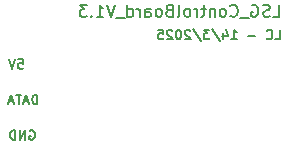
<source format=gbo>
G04 #@! TF.GenerationSoftware,KiCad,Pcbnew,8.0.4*
G04 #@! TF.CreationDate,2025-02-14T17:20:51+11:00*
G04 #@! TF.ProjectId,LSG,4c53472e-6b69-4636-9164-5f7063625858,rev?*
G04 #@! TF.SameCoordinates,Original*
G04 #@! TF.FileFunction,Legend,Bot*
G04 #@! TF.FilePolarity,Positive*
%FSLAX46Y46*%
G04 Gerber Fmt 4.6, Leading zero omitted, Abs format (unit mm)*
G04 Created by KiCad (PCBNEW 8.0.4) date 2025-02-14 17:20:51*
%MOMM*%
%LPD*%
G01*
G04 APERTURE LIST*
%ADD10C,0.160000*%
%ADD11C,0.200000*%
%ADD12C,2.200000*%
%ADD13C,1.000000*%
%ADD14R,1.500000X1.500000*%
%ADD15O,1.700000X1.100000*%
%ADD16R,1.700000X1.700000*%
%ADD17O,1.700000X1.700000*%
G04 APERTURE END LIST*
D10*
X-32295739Y-361775D02*
X-32295739Y438224D01*
X-32295739Y438224D02*
X-32486215Y438224D01*
X-32486215Y438224D02*
X-32600501Y400129D01*
X-32600501Y400129D02*
X-32676691Y323939D01*
X-32676691Y323939D02*
X-32714786Y247748D01*
X-32714786Y247748D02*
X-32752882Y95367D01*
X-32752882Y95367D02*
X-32752882Y-18918D01*
X-32752882Y-18918D02*
X-32714786Y-171299D01*
X-32714786Y-171299D02*
X-32676691Y-247489D01*
X-32676691Y-247489D02*
X-32600501Y-323680D01*
X-32600501Y-323680D02*
X-32486215Y-361775D01*
X-32486215Y-361775D02*
X-32295739Y-361775D01*
X-33057643Y-133203D02*
X-33438596Y-133203D01*
X-32981453Y-361775D02*
X-33248120Y438224D01*
X-33248120Y438224D02*
X-33514786Y-361775D01*
X-33667167Y438224D02*
X-34124310Y438224D01*
X-33895738Y-361775D02*
X-33895738Y438224D01*
X-34352881Y-133203D02*
X-34733834Y-133203D01*
X-34276691Y-361775D02*
X-34543358Y438224D01*
X-34543358Y438224D02*
X-34810024Y-361775D01*
X-33926691Y3438224D02*
X-33545739Y3438224D01*
X-33545739Y3438224D02*
X-33507643Y3057272D01*
X-33507643Y3057272D02*
X-33545739Y3095367D01*
X-33545739Y3095367D02*
X-33621929Y3133462D01*
X-33621929Y3133462D02*
X-33812405Y3133462D01*
X-33812405Y3133462D02*
X-33888596Y3095367D01*
X-33888596Y3095367D02*
X-33926691Y3057272D01*
X-33926691Y3057272D02*
X-33964786Y2981081D01*
X-33964786Y2981081D02*
X-33964786Y2790605D01*
X-33964786Y2790605D02*
X-33926691Y2714415D01*
X-33926691Y2714415D02*
X-33888596Y2676320D01*
X-33888596Y2676320D02*
X-33812405Y2638224D01*
X-33812405Y2638224D02*
X-33621929Y2638224D01*
X-33621929Y2638224D02*
X-33545739Y2676320D01*
X-33545739Y2676320D02*
X-33507643Y2714415D01*
X-34193358Y3438224D02*
X-34460025Y2638224D01*
X-34460025Y2638224D02*
X-34726691Y3438224D01*
X-32964786Y-2599870D02*
X-32888596Y-2561775D01*
X-32888596Y-2561775D02*
X-32774310Y-2561775D01*
X-32774310Y-2561775D02*
X-32660024Y-2599870D01*
X-32660024Y-2599870D02*
X-32583834Y-2676060D01*
X-32583834Y-2676060D02*
X-32545739Y-2752251D01*
X-32545739Y-2752251D02*
X-32507643Y-2904632D01*
X-32507643Y-2904632D02*
X-32507643Y-3018918D01*
X-32507643Y-3018918D02*
X-32545739Y-3171299D01*
X-32545739Y-3171299D02*
X-32583834Y-3247489D01*
X-32583834Y-3247489D02*
X-32660024Y-3323680D01*
X-32660024Y-3323680D02*
X-32774310Y-3361775D01*
X-32774310Y-3361775D02*
X-32850501Y-3361775D01*
X-32850501Y-3361775D02*
X-32964786Y-3323680D01*
X-32964786Y-3323680D02*
X-33002882Y-3285584D01*
X-33002882Y-3285584D02*
X-33002882Y-3018918D01*
X-33002882Y-3018918D02*
X-32850501Y-3018918D01*
X-33345739Y-3361775D02*
X-33345739Y-2561775D01*
X-33345739Y-2561775D02*
X-33802882Y-3361775D01*
X-33802882Y-3361775D02*
X-33802882Y-2561775D01*
X-34183834Y-3361775D02*
X-34183834Y-2561775D01*
X-34183834Y-2561775D02*
X-34374310Y-2561775D01*
X-34374310Y-2561775D02*
X-34488596Y-2599870D01*
X-34488596Y-2599870D02*
X-34564786Y-2676060D01*
X-34564786Y-2676060D02*
X-34602881Y-2752251D01*
X-34602881Y-2752251D02*
X-34640977Y-2904632D01*
X-34640977Y-2904632D02*
X-34640977Y-3018918D01*
X-34640977Y-3018918D02*
X-34602881Y-3171299D01*
X-34602881Y-3171299D02*
X-34564786Y-3247489D01*
X-34564786Y-3247489D02*
X-34488596Y-3323680D01*
X-34488596Y-3323680D02*
X-34374310Y-3361775D01*
X-34374310Y-3361775D02*
X-34183834Y-3361775D01*
D11*
X-12345863Y7047780D02*
X-11869673Y7047780D01*
X-11869673Y7047780D02*
X-11869673Y8047780D01*
X-12631578Y7095400D02*
X-12774435Y7047780D01*
X-12774435Y7047780D02*
X-13012530Y7047780D01*
X-13012530Y7047780D02*
X-13107768Y7095400D01*
X-13107768Y7095400D02*
X-13155387Y7143019D01*
X-13155387Y7143019D02*
X-13203006Y7238257D01*
X-13203006Y7238257D02*
X-13203006Y7333495D01*
X-13203006Y7333495D02*
X-13155387Y7428733D01*
X-13155387Y7428733D02*
X-13107768Y7476352D01*
X-13107768Y7476352D02*
X-13012530Y7523971D01*
X-13012530Y7523971D02*
X-12822054Y7571590D01*
X-12822054Y7571590D02*
X-12726816Y7619209D01*
X-12726816Y7619209D02*
X-12679197Y7666828D01*
X-12679197Y7666828D02*
X-12631578Y7762066D01*
X-12631578Y7762066D02*
X-12631578Y7857304D01*
X-12631578Y7857304D02*
X-12679197Y7952542D01*
X-12679197Y7952542D02*
X-12726816Y8000161D01*
X-12726816Y8000161D02*
X-12822054Y8047780D01*
X-12822054Y8047780D02*
X-13060149Y8047780D01*
X-13060149Y8047780D02*
X-13203006Y8000161D01*
X-14155387Y8000161D02*
X-14060149Y8047780D01*
X-14060149Y8047780D02*
X-13917292Y8047780D01*
X-13917292Y8047780D02*
X-13774435Y8000161D01*
X-13774435Y8000161D02*
X-13679197Y7904923D01*
X-13679197Y7904923D02*
X-13631578Y7809685D01*
X-13631578Y7809685D02*
X-13583959Y7619209D01*
X-13583959Y7619209D02*
X-13583959Y7476352D01*
X-13583959Y7476352D02*
X-13631578Y7285876D01*
X-13631578Y7285876D02*
X-13679197Y7190638D01*
X-13679197Y7190638D02*
X-13774435Y7095400D01*
X-13774435Y7095400D02*
X-13917292Y7047780D01*
X-13917292Y7047780D02*
X-14012530Y7047780D01*
X-14012530Y7047780D02*
X-14155387Y7095400D01*
X-14155387Y7095400D02*
X-14203006Y7143019D01*
X-14203006Y7143019D02*
X-14203006Y7476352D01*
X-14203006Y7476352D02*
X-14012530Y7476352D01*
X-14393483Y6952542D02*
X-15155387Y6952542D01*
X-15964911Y7143019D02*
X-15917292Y7095400D01*
X-15917292Y7095400D02*
X-15774435Y7047780D01*
X-15774435Y7047780D02*
X-15679197Y7047780D01*
X-15679197Y7047780D02*
X-15536340Y7095400D01*
X-15536340Y7095400D02*
X-15441102Y7190638D01*
X-15441102Y7190638D02*
X-15393483Y7285876D01*
X-15393483Y7285876D02*
X-15345864Y7476352D01*
X-15345864Y7476352D02*
X-15345864Y7619209D01*
X-15345864Y7619209D02*
X-15393483Y7809685D01*
X-15393483Y7809685D02*
X-15441102Y7904923D01*
X-15441102Y7904923D02*
X-15536340Y8000161D01*
X-15536340Y8000161D02*
X-15679197Y8047780D01*
X-15679197Y8047780D02*
X-15774435Y8047780D01*
X-15774435Y8047780D02*
X-15917292Y8000161D01*
X-15917292Y8000161D02*
X-15964911Y7952542D01*
X-16536340Y7047780D02*
X-16441102Y7095400D01*
X-16441102Y7095400D02*
X-16393483Y7143019D01*
X-16393483Y7143019D02*
X-16345864Y7238257D01*
X-16345864Y7238257D02*
X-16345864Y7523971D01*
X-16345864Y7523971D02*
X-16393483Y7619209D01*
X-16393483Y7619209D02*
X-16441102Y7666828D01*
X-16441102Y7666828D02*
X-16536340Y7714447D01*
X-16536340Y7714447D02*
X-16679197Y7714447D01*
X-16679197Y7714447D02*
X-16774435Y7666828D01*
X-16774435Y7666828D02*
X-16822054Y7619209D01*
X-16822054Y7619209D02*
X-16869673Y7523971D01*
X-16869673Y7523971D02*
X-16869673Y7238257D01*
X-16869673Y7238257D02*
X-16822054Y7143019D01*
X-16822054Y7143019D02*
X-16774435Y7095400D01*
X-16774435Y7095400D02*
X-16679197Y7047780D01*
X-16679197Y7047780D02*
X-16536340Y7047780D01*
X-17298245Y7714447D02*
X-17298245Y7047780D01*
X-17298245Y7619209D02*
X-17345864Y7666828D01*
X-17345864Y7666828D02*
X-17441102Y7714447D01*
X-17441102Y7714447D02*
X-17583959Y7714447D01*
X-17583959Y7714447D02*
X-17679197Y7666828D01*
X-17679197Y7666828D02*
X-17726816Y7571590D01*
X-17726816Y7571590D02*
X-17726816Y7047780D01*
X-18060150Y7714447D02*
X-18441102Y7714447D01*
X-18203007Y8047780D02*
X-18203007Y7190638D01*
X-18203007Y7190638D02*
X-18250626Y7095400D01*
X-18250626Y7095400D02*
X-18345864Y7047780D01*
X-18345864Y7047780D02*
X-18441102Y7047780D01*
X-18774436Y7047780D02*
X-18774436Y7714447D01*
X-18774436Y7523971D02*
X-18822055Y7619209D01*
X-18822055Y7619209D02*
X-18869674Y7666828D01*
X-18869674Y7666828D02*
X-18964912Y7714447D01*
X-18964912Y7714447D02*
X-19060150Y7714447D01*
X-19536341Y7047780D02*
X-19441103Y7095400D01*
X-19441103Y7095400D02*
X-19393484Y7143019D01*
X-19393484Y7143019D02*
X-19345865Y7238257D01*
X-19345865Y7238257D02*
X-19345865Y7523971D01*
X-19345865Y7523971D02*
X-19393484Y7619209D01*
X-19393484Y7619209D02*
X-19441103Y7666828D01*
X-19441103Y7666828D02*
X-19536341Y7714447D01*
X-19536341Y7714447D02*
X-19679198Y7714447D01*
X-19679198Y7714447D02*
X-19774436Y7666828D01*
X-19774436Y7666828D02*
X-19822055Y7619209D01*
X-19822055Y7619209D02*
X-19869674Y7523971D01*
X-19869674Y7523971D02*
X-19869674Y7238257D01*
X-19869674Y7238257D02*
X-19822055Y7143019D01*
X-19822055Y7143019D02*
X-19774436Y7095400D01*
X-19774436Y7095400D02*
X-19679198Y7047780D01*
X-19679198Y7047780D02*
X-19536341Y7047780D01*
X-20441103Y7047780D02*
X-20345865Y7095400D01*
X-20345865Y7095400D02*
X-20298246Y7190638D01*
X-20298246Y7190638D02*
X-20298246Y8047780D01*
X-21155389Y7571590D02*
X-21298246Y7523971D01*
X-21298246Y7523971D02*
X-21345865Y7476352D01*
X-21345865Y7476352D02*
X-21393484Y7381114D01*
X-21393484Y7381114D02*
X-21393484Y7238257D01*
X-21393484Y7238257D02*
X-21345865Y7143019D01*
X-21345865Y7143019D02*
X-21298246Y7095400D01*
X-21298246Y7095400D02*
X-21203008Y7047780D01*
X-21203008Y7047780D02*
X-20822056Y7047780D01*
X-20822056Y7047780D02*
X-20822056Y8047780D01*
X-20822056Y8047780D02*
X-21155389Y8047780D01*
X-21155389Y8047780D02*
X-21250627Y8000161D01*
X-21250627Y8000161D02*
X-21298246Y7952542D01*
X-21298246Y7952542D02*
X-21345865Y7857304D01*
X-21345865Y7857304D02*
X-21345865Y7762066D01*
X-21345865Y7762066D02*
X-21298246Y7666828D01*
X-21298246Y7666828D02*
X-21250627Y7619209D01*
X-21250627Y7619209D02*
X-21155389Y7571590D01*
X-21155389Y7571590D02*
X-20822056Y7571590D01*
X-21964913Y7047780D02*
X-21869675Y7095400D01*
X-21869675Y7095400D02*
X-21822056Y7143019D01*
X-21822056Y7143019D02*
X-21774437Y7238257D01*
X-21774437Y7238257D02*
X-21774437Y7523971D01*
X-21774437Y7523971D02*
X-21822056Y7619209D01*
X-21822056Y7619209D02*
X-21869675Y7666828D01*
X-21869675Y7666828D02*
X-21964913Y7714447D01*
X-21964913Y7714447D02*
X-22107770Y7714447D01*
X-22107770Y7714447D02*
X-22203008Y7666828D01*
X-22203008Y7666828D02*
X-22250627Y7619209D01*
X-22250627Y7619209D02*
X-22298246Y7523971D01*
X-22298246Y7523971D02*
X-22298246Y7238257D01*
X-22298246Y7238257D02*
X-22250627Y7143019D01*
X-22250627Y7143019D02*
X-22203008Y7095400D01*
X-22203008Y7095400D02*
X-22107770Y7047780D01*
X-22107770Y7047780D02*
X-21964913Y7047780D01*
X-23155389Y7047780D02*
X-23155389Y7571590D01*
X-23155389Y7571590D02*
X-23107770Y7666828D01*
X-23107770Y7666828D02*
X-23012532Y7714447D01*
X-23012532Y7714447D02*
X-22822056Y7714447D01*
X-22822056Y7714447D02*
X-22726818Y7666828D01*
X-23155389Y7095400D02*
X-23060151Y7047780D01*
X-23060151Y7047780D02*
X-22822056Y7047780D01*
X-22822056Y7047780D02*
X-22726818Y7095400D01*
X-22726818Y7095400D02*
X-22679199Y7190638D01*
X-22679199Y7190638D02*
X-22679199Y7285876D01*
X-22679199Y7285876D02*
X-22726818Y7381114D01*
X-22726818Y7381114D02*
X-22822056Y7428733D01*
X-22822056Y7428733D02*
X-23060151Y7428733D01*
X-23060151Y7428733D02*
X-23155389Y7476352D01*
X-23631580Y7047780D02*
X-23631580Y7714447D01*
X-23631580Y7523971D02*
X-23679199Y7619209D01*
X-23679199Y7619209D02*
X-23726818Y7666828D01*
X-23726818Y7666828D02*
X-23822056Y7714447D01*
X-23822056Y7714447D02*
X-23917294Y7714447D01*
X-24679199Y7047780D02*
X-24679199Y8047780D01*
X-24679199Y7095400D02*
X-24583961Y7047780D01*
X-24583961Y7047780D02*
X-24393485Y7047780D01*
X-24393485Y7047780D02*
X-24298247Y7095400D01*
X-24298247Y7095400D02*
X-24250628Y7143019D01*
X-24250628Y7143019D02*
X-24203009Y7238257D01*
X-24203009Y7238257D02*
X-24203009Y7523971D01*
X-24203009Y7523971D02*
X-24250628Y7619209D01*
X-24250628Y7619209D02*
X-24298247Y7666828D01*
X-24298247Y7666828D02*
X-24393485Y7714447D01*
X-24393485Y7714447D02*
X-24583961Y7714447D01*
X-24583961Y7714447D02*
X-24679199Y7666828D01*
X-24917295Y6952542D02*
X-25679199Y6952542D01*
X-25774438Y8047780D02*
X-26107771Y7047780D01*
X-26107771Y7047780D02*
X-26441104Y8047780D01*
X-27298247Y7047780D02*
X-26726819Y7047780D01*
X-27012533Y7047780D02*
X-27012533Y8047780D01*
X-27012533Y8047780D02*
X-26917295Y7904923D01*
X-26917295Y7904923D02*
X-26822057Y7809685D01*
X-26822057Y7809685D02*
X-26726819Y7762066D01*
X-27726819Y7143019D02*
X-27774438Y7095400D01*
X-27774438Y7095400D02*
X-27726819Y7047780D01*
X-27726819Y7047780D02*
X-27679200Y7095400D01*
X-27679200Y7095400D02*
X-27726819Y7143019D01*
X-27726819Y7143019D02*
X-27726819Y7047780D01*
X-28107771Y8047780D02*
X-28726818Y8047780D01*
X-28726818Y8047780D02*
X-28393485Y7666828D01*
X-28393485Y7666828D02*
X-28536342Y7666828D01*
X-28536342Y7666828D02*
X-28631580Y7619209D01*
X-28631580Y7619209D02*
X-28679199Y7571590D01*
X-28679199Y7571590D02*
X-28726818Y7476352D01*
X-28726818Y7476352D02*
X-28726818Y7238257D01*
X-28726818Y7238257D02*
X-28679199Y7143019D01*
X-28679199Y7143019D02*
X-28631580Y7095400D01*
X-28631580Y7095400D02*
X-28536342Y7047780D01*
X-28536342Y7047780D02*
X-28250628Y7047780D01*
X-28250628Y7047780D02*
X-28155390Y7095400D01*
X-28155390Y7095400D02*
X-28107771Y7143019D01*
D10*
X-12176691Y5138224D02*
X-11795739Y5138224D01*
X-11795739Y5138224D02*
X-11795739Y5938224D01*
X-12900501Y5214415D02*
X-12862405Y5176320D01*
X-12862405Y5176320D02*
X-12748120Y5138224D01*
X-12748120Y5138224D02*
X-12671929Y5138224D01*
X-12671929Y5138224D02*
X-12557643Y5176320D01*
X-12557643Y5176320D02*
X-12481453Y5252510D01*
X-12481453Y5252510D02*
X-12443358Y5328700D01*
X-12443358Y5328700D02*
X-12405262Y5481081D01*
X-12405262Y5481081D02*
X-12405262Y5595367D01*
X-12405262Y5595367D02*
X-12443358Y5747748D01*
X-12443358Y5747748D02*
X-12481453Y5823939D01*
X-12481453Y5823939D02*
X-12557643Y5900129D01*
X-12557643Y5900129D02*
X-12671929Y5938224D01*
X-12671929Y5938224D02*
X-12748120Y5938224D01*
X-12748120Y5938224D02*
X-12862405Y5900129D01*
X-12862405Y5900129D02*
X-12900501Y5862034D01*
X-13852882Y5442986D02*
X-14462406Y5442986D01*
X-15871929Y5138224D02*
X-15414786Y5138224D01*
X-15643358Y5138224D02*
X-15643358Y5938224D01*
X-15643358Y5938224D02*
X-15567167Y5823939D01*
X-15567167Y5823939D02*
X-15490977Y5747748D01*
X-15490977Y5747748D02*
X-15414786Y5709653D01*
X-16557644Y5671558D02*
X-16557644Y5138224D01*
X-16367168Y5976320D02*
X-16176691Y5404891D01*
X-16176691Y5404891D02*
X-16671930Y5404891D01*
X-17548120Y5976320D02*
X-16862406Y4947748D01*
X-17738596Y5938224D02*
X-18233834Y5938224D01*
X-18233834Y5938224D02*
X-17967168Y5633462D01*
X-17967168Y5633462D02*
X-18081453Y5633462D01*
X-18081453Y5633462D02*
X-18157644Y5595367D01*
X-18157644Y5595367D02*
X-18195739Y5557272D01*
X-18195739Y5557272D02*
X-18233834Y5481081D01*
X-18233834Y5481081D02*
X-18233834Y5290605D01*
X-18233834Y5290605D02*
X-18195739Y5214415D01*
X-18195739Y5214415D02*
X-18157644Y5176320D01*
X-18157644Y5176320D02*
X-18081453Y5138224D01*
X-18081453Y5138224D02*
X-17852882Y5138224D01*
X-17852882Y5138224D02*
X-17776691Y5176320D01*
X-17776691Y5176320D02*
X-17738596Y5214415D01*
X-19148120Y5976320D02*
X-18462406Y4947748D01*
X-19376691Y5862034D02*
X-19414787Y5900129D01*
X-19414787Y5900129D02*
X-19490977Y5938224D01*
X-19490977Y5938224D02*
X-19681453Y5938224D01*
X-19681453Y5938224D02*
X-19757644Y5900129D01*
X-19757644Y5900129D02*
X-19795739Y5862034D01*
X-19795739Y5862034D02*
X-19833834Y5785843D01*
X-19833834Y5785843D02*
X-19833834Y5709653D01*
X-19833834Y5709653D02*
X-19795739Y5595367D01*
X-19795739Y5595367D02*
X-19338596Y5138224D01*
X-19338596Y5138224D02*
X-19833834Y5138224D01*
X-20329073Y5938224D02*
X-20405263Y5938224D01*
X-20405263Y5938224D02*
X-20481454Y5900129D01*
X-20481454Y5900129D02*
X-20519549Y5862034D01*
X-20519549Y5862034D02*
X-20557644Y5785843D01*
X-20557644Y5785843D02*
X-20595739Y5633462D01*
X-20595739Y5633462D02*
X-20595739Y5442986D01*
X-20595739Y5442986D02*
X-20557644Y5290605D01*
X-20557644Y5290605D02*
X-20519549Y5214415D01*
X-20519549Y5214415D02*
X-20481454Y5176320D01*
X-20481454Y5176320D02*
X-20405263Y5138224D01*
X-20405263Y5138224D02*
X-20329073Y5138224D01*
X-20329073Y5138224D02*
X-20252882Y5176320D01*
X-20252882Y5176320D02*
X-20214787Y5214415D01*
X-20214787Y5214415D02*
X-20176692Y5290605D01*
X-20176692Y5290605D02*
X-20138596Y5442986D01*
X-20138596Y5442986D02*
X-20138596Y5633462D01*
X-20138596Y5633462D02*
X-20176692Y5785843D01*
X-20176692Y5785843D02*
X-20214787Y5862034D01*
X-20214787Y5862034D02*
X-20252882Y5900129D01*
X-20252882Y5900129D02*
X-20329073Y5938224D01*
X-20900501Y5862034D02*
X-20938597Y5900129D01*
X-20938597Y5900129D02*
X-21014787Y5938224D01*
X-21014787Y5938224D02*
X-21205263Y5938224D01*
X-21205263Y5938224D02*
X-21281454Y5900129D01*
X-21281454Y5900129D02*
X-21319549Y5862034D01*
X-21319549Y5862034D02*
X-21357644Y5785843D01*
X-21357644Y5785843D02*
X-21357644Y5709653D01*
X-21357644Y5709653D02*
X-21319549Y5595367D01*
X-21319549Y5595367D02*
X-20862406Y5138224D01*
X-20862406Y5138224D02*
X-21357644Y5138224D01*
X-22081454Y5938224D02*
X-21700502Y5938224D01*
X-21700502Y5938224D02*
X-21662406Y5557272D01*
X-21662406Y5557272D02*
X-21700502Y5595367D01*
X-21700502Y5595367D02*
X-21776692Y5633462D01*
X-21776692Y5633462D02*
X-21967168Y5633462D01*
X-21967168Y5633462D02*
X-22043359Y5595367D01*
X-22043359Y5595367D02*
X-22081454Y5557272D01*
X-22081454Y5557272D02*
X-22119549Y5481081D01*
X-22119549Y5481081D02*
X-22119549Y5290605D01*
X-22119549Y5290605D02*
X-22081454Y5214415D01*
X-22081454Y5214415D02*
X-22043359Y5176320D01*
X-22043359Y5176320D02*
X-21967168Y5138224D01*
X-21967168Y5138224D02*
X-21776692Y5138224D01*
X-21776692Y5138224D02*
X-21700502Y5176320D01*
X-21700502Y5176320D02*
X-21662406Y5214415D01*
%LPC*%
D12*
X-35500001Y-7000001D03*
D13*
X-2500000Y7000000D03*
D14*
X-36000000Y-3000000D03*
D12*
X-35500001Y7000001D03*
D13*
X18825000Y-7750000D03*
D15*
X32000000Y-4320000D03*
X35800000Y-4320000D03*
X32000000Y4320000D03*
X35800000Y4320000D03*
D14*
X-36000000Y0D03*
D12*
X35500000Y-7000000D03*
D16*
X15000000Y7500000D03*
D17*
X17540000Y7500000D03*
X20080000Y7500000D03*
X22620000Y7500000D03*
X25160000Y7500000D03*
X27700000Y7500000D03*
D12*
X35500000Y7000000D03*
D14*
X-36000000Y3000000D03*
D13*
X-2500000Y-7000000D03*
%LPD*%
M02*

</source>
